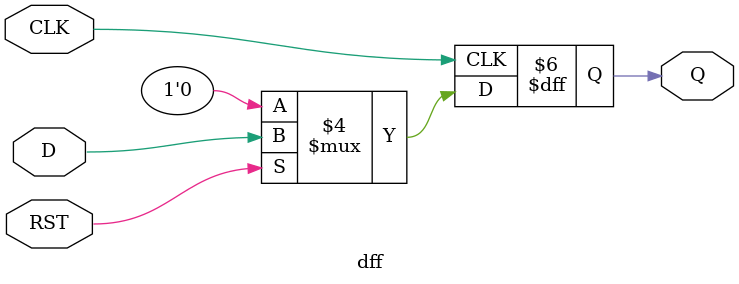
<source format=v>
module dff(
   input D, RST, CLK, 
   output reg Q
);

always @(posedge CLK) begin
    //with a synchronous reset 
    if(!RST) 
        Q <= 1'b0;
    else
        Q <= D;
end

endmodule
</source>
